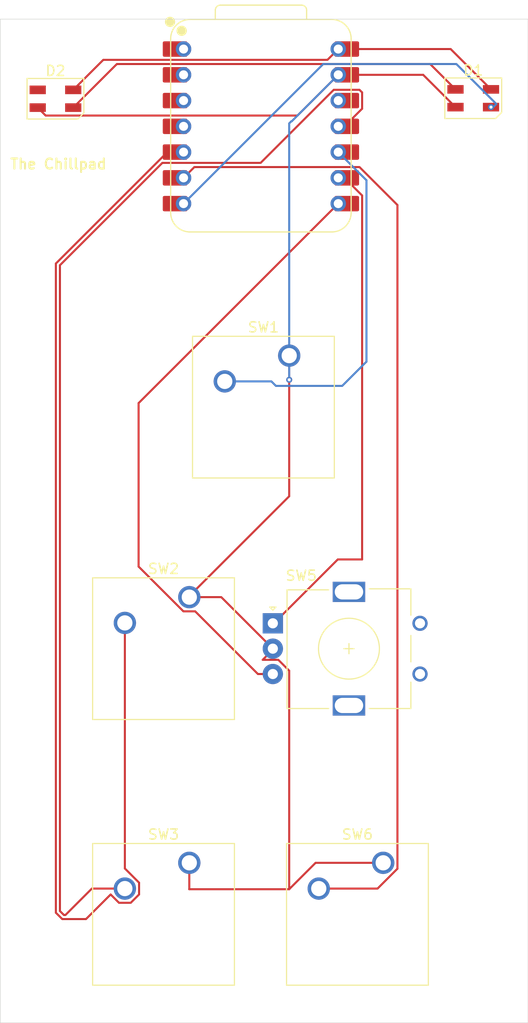
<source format=kicad_pcb>
(kicad_pcb (version 20241229) (generator "pcbnew") (generator_version "9.0")
  (layers (0 "F.Cu" signal) (2 "B.Cu" signal) (13 "F.Paste" user) (15 "B.Paste" user) (5 "F.SilkS" user "F.Silkscreen") (7 "B.SilkS" user "B.Silkscreen") (1 "F.Mask" user) (3 "B.Mask" user) (25 "Edge.Cuts" user))
  (net 0 "")
  (net 1 "+5V")
  (net 2 "GND")
  (net 3 "Net-(D1-DIN)")
  (net 4 "Net-(D1-DOUT)")
  (net 6 "SW_1")
  (net 7 "SW_5")
  (net 8 "SW_2")
  (net 9 "R_2")
  (net 10 "R_1")
  (net 11 "SW_3")
  (footprint "Button_Switch_Keyboard:SW_Cherry_MX_1.00u_PCB" (layer "F.Cu") (at 166.84625 135.41375)
    (property "Reference" "SW3" (at -2.54 -2.794 0) (layer "F.SilkS"))
    (property "Value" "SW_Push")
    (fp_line (start -9.525 -1.905) (end 4.445 -1.905) (stroke (width 0.12)) (layer "F.SilkS"))
    (fp_line (start -9.525 12.065) (end -9.525 -1.905) (stroke (width 0.12)) (layer "F.SilkS"))
    (fp_line (start 4.445 -1.905) (end 4.445 12.065) (stroke (width 0.12)) (layer "F.SilkS"))
    (fp_line (start 4.445 12.065) (end -9.525 12.065) (stroke (width 0.12)) (layer "F.SilkS"))
    (pad "" np_thru_hole circle (at -7.62 5.08) (size 1.7 1.7) (drill 1.7) (layers "*.Cu" "*.Mask"))
    (pad "" np_thru_hole circle (at -2.54 5.08) (size 4 4) (drill 4) (layers "*.Cu" "*.Mask"))
    (pad "" np_thru_hole circle (at 2.54 5.08) (size 1.7 1.7) (drill 1.7) (layers "*.Cu" "*.Mask"))
    (pad "1" thru_hole circle (at 0 0) (size 2.2 2.2) (drill 1.5) (layers "*.Cu" "*.Mask") (net 2 "GND"))
    (pad "2" thru_hole circle (at -6.35 2.54) (size 2.2 2.2) (drill 1.5) (layers "*.Cu" "*.Mask") (net 8 "SW_2"))
  )
  (footprint "LED_SMD:LED_SK6812MINI_PLCC4_3.5x3.5mm_P1.75mm" (layer "F.Cu") (at 194.82 60.03)
    (property "Reference" "D1" (at 0 -2.75 0) (layer "F.SilkS"))
    (property "Value" "SK6812MINI")
    (fp_line (start -2.8 -2) (end -2.8 2) (stroke (width 0.12)) (layer "F.SilkS"))
    (fp_line (start -2.8 -2) (end 2.8 -2) (stroke (width 0.12)) (layer "F.SilkS"))
    (fp_line (start -2.8 2) (end 2.2 2) (stroke (width 0.12)) (layer "F.SilkS"))
    (fp_line (start 2.8 1.4) (end 2.2 2) (stroke (width 0.12)) (layer "F.SilkS"))
    (fp_line (start 2.8 1.4) (end 2.8 -2) (stroke (width 0.12)) (layer "F.SilkS"))
    (pad "1" smd rect (at -1.75 -0.875) (size 1.6 0.85) (layers "F.Cu" "F.Mask" "F.Paste") (net 4 "Net-(D1-DOUT)"))
    (pad "2" smd rect (at -1.75 0.875) (size 1.6 0.85) (layers "F.Cu" "F.Mask" "F.Paste") (net 2 "GND"))
    (pad "3" smd rect (at 1.75 0.875) (size 1.6 0.85) (layers "F.Cu" "F.Mask" "F.Paste") (net 3 "Net-(D1-DIN)"))
    (pad "4" smd rect (at 1.75 -0.875) (size 1.6 0.85) (layers "F.Cu" "F.Mask" "F.Paste") (net 1 "+5V"))
  )
  (footprint "Rotary_Encoder:RotaryEncoder_Alps_EC11E_Vertical_H20mm" (layer "F.Cu") (at 175.075 111.8)
    (property "Reference" "SW5" (at 2.8 -4.7 0) (layer "F.SilkS"))
    (property "Value" "RotaryEncoder")
    (fp_line (start -0.3 -1.6) (end 0.3 -1.6) (stroke (width 0.12)) (layer "F.SilkS"))
    (fp_line (start 0 -1.3) (end -0.3 -1.6) (stroke (width 0.12)) (layer "F.SilkS"))
    (fp_line (start 0.3 -1.6) (end 0 -1.3) (stroke (width 0.12)) (layer "F.SilkS"))
    (fp_line (start 1.4 -3.3) (end 1.4 8.4) (stroke (width 0.12)) (layer "F.SilkS"))
    (fp_line (start 5.5 -3.3) (end 1.4 -3.3) (stroke (width 0.12)) (layer "F.SilkS"))
    (fp_line (start 5.5 8.4) (end 1.4 8.4) (stroke (width 0.12)) (layer "F.SilkS"))
    (fp_line (start 7 2.5) (end 8 2.5) (stroke (width 0.12)) (layer "F.SilkS"))
    (fp_line (start 7.5 2) (end 7.5 3) (stroke (width 0.12)) (layer "F.SilkS"))
    (fp_line (start 9.5 -3.4) (end 13.6 -3.4) (stroke (width 0.12)) (layer "F.SilkS"))
    (fp_line (start 13.6 -3.4) (end 13.6 -0.8) (stroke (width 0.12)) (layer "F.SilkS"))
    (fp_line (start 13.6 1.2) (end 13.6 3.8) (stroke (width 0.12)) (layer "F.SilkS"))
    (fp_line (start 13.6 5.8) (end 13.6 8.4) (stroke (width 0.12)) (layer "F.SilkS"))
    (fp_line (start 13.6 8.4) (end 9.5 8.4) (stroke (width 0.12)) (layer "F.SilkS"))
    (fp_circle (center 7.5 2.5) (end 10.5 2.5) (stroke (width 0.12)) (fill no) (layer "F.SilkS"))
    (pad "" thru_hole circle (at 14.5 0) (size 1.5 1.5) (drill 1) (layers "*.Cu" "*.Mask"))
    (pad "" thru_hole circle (at 14.5 5) (size 1.5 1.5) (drill 1) (layers "*.Cu" "*.Mask"))
    (pad "A" thru_hole rect (at 0 0) (size 2 2) (drill 1) (layers "*.Cu" "*.Mask") (net 10 "R_1"))
    (pad "B" thru_hole circle (at 0 5) (size 2 2) (drill 1) (layers "*.Cu" "*.Mask") (net 9 "R_2"))
    (pad "C" thru_hole circle (at 0 2.5) (size 2 2) (drill 1) (layers "*.Cu" "*.Mask") (net 2 "GND"))
    (pad "MP" thru_hole rect (at 7.5 -3.1) (size 3.2 2) (drill oval 2.8 1.5) (layers "*.Cu" "*.Mask"))
    (pad "MP" thru_hole rect (at 7.5 8.1) (size 3.2 2) (drill oval 2.8 1.5) (layers "*.Cu" "*.Mask"))
  )
  (footprint "OPL:XIAO-RP2040-DIP" (layer "F.Cu") (at 173.9 62.8)
    (property "Reference" "U1" (hide yes))
    (property "Value" "XIAO-RP2040-DIP")
    (fp_line (start -8.89 8.509) (end -8.89 -8.636) (stroke (width 0.127)) (layer "F.SilkS"))
    (fp_line (start -6.985 10.414) (end 6.985 10.414) (stroke (width 0.127)) (layer "F.SilkS"))
    (fp_line (start -4.495 -10.541) (end -4.491272 -11.451272) (stroke (width 0.127)) (layer "F.SilkS"))
    (fp_line (start -3.991272 -11.951) (end 4.004 -11.951) (stroke (width 0.127)) (layer "F.SilkS"))
    (fp_line (start 4.504 -11.451) (end 4.504 -10.541) (stroke (width 0.127)) (layer "F.SilkS"))
    (fp_line (start 6.985 -10.541) (end -6.985 -10.541) (stroke (width 0.1)) (layer "F.SilkS"))
    (fp_line (start 6.985 -10.541) (end -6.985 -10.541) (stroke (width 0.127)) (layer "F.SilkS"))
    (fp_line (start 8.89 8.509) (end 8.89 -8.636) (stroke (width 0.127)) (layer "F.SilkS"))
    (fp_arc (start -8.89 -8.636) (mid -8.332038 -9.983038) (end -6.985 -10.541) (stroke (width 0.127)) (layer "F.SilkS"))
    (fp_arc (start -6.985 10.414) (mid -8.332038 9.856038) (end -8.89 8.509) (stroke (width 0.127)) (layer "F.SilkS"))
    (fp_arc (start -4.491272 -11.451272) (mid -4.344728 -11.80464) (end -3.991272 -11.951) (stroke (width 0.127)) (layer "F.SilkS"))
    (fp_arc (start 4.004 -11.951) (mid 4.357553 -11.804553) (end 4.504 -11.451) (stroke (width 0.127)) (layer "F.SilkS"))
    (fp_arc (start 6.985 -10.541) (mid 8.332038 -9.983038) (end 8.89 -8.636) (stroke (width 0.127)) (layer "F.SilkS"))
    (fp_arc (start 8.89 8.509) (mid 8.332038 9.856038) (end 6.985 10.414) (stroke (width 0.127)) (layer "F.SilkS"))
    (fp_circle (center -8.95 -10.3) (end -8.95 -10.554) (stroke (width 0.5)) (fill yes) (layer "F.SilkS"))
    (fp_circle (center -7.807 -9.42) (end -7.807 -9.674) (stroke (width 0.5)) (fill yes) (layer "F.SilkS"))
    (pad "1" smd roundrect (at -8.455 -7.62 180) (size 2.432 1.524) (layers "F.Cu" "F.Mask") (roundrect_rratio 0.1))
    (pad "1" thru_hole circle (at -7.62 -7.62 180) (size 1.524 1.524) (drill 0.889) (layers "*.Cu" "*.Mask"))
    (pad "2" smd roundrect (at -8.455 -5.08 180) (size 2.432 1.524) (layers "F.Cu" "F.Mask") (roundrect_rratio 0.1))
    (pad "2" thru_hole circle (at -7.62 -5.08 180) (size 1.524 1.524) (drill 0.889) (layers "*.Cu" "*.Mask"))
    (pad "3" smd roundrect (at -8.455 -2.54 180) (size 2.432 1.524) (layers "F.Cu" "F.Mask") (roundrect_rratio 0.1))
    (pad "3" thru_hole circle (at -7.62 -2.54 180) (size 1.524 1.524) (drill 0.889) (layers "*.Cu" "*.Mask"))
    (pad "4" smd roundrect (at -8.455 0 180) (size 2.432 1.524) (layers "F.Cu" "F.Mask") (roundrect_rratio 0.1))
    (pad "4" thru_hole circle (at -7.62 0 180) (size 1.524 1.524) (drill 0.889) (layers "*.Cu" "*.Mask"))
    (pad "5" smd roundrect (at -8.455 2.54 180) (size 2.432 1.524) (layers "F.Cu" "F.Mask") (roundrect_rratio 0.1) (net 7 "SW_5"))
    (pad "5" thru_hole circle (at -7.62 2.54 180) (size 1.524 1.524) (drill 0.889) (layers "*.Cu" "*.Mask") (net 7 "SW_5"))
    (pad "6" smd roundrect (at -8.455 5.08 180) (size 2.432 1.524) (layers "F.Cu" "F.Mask") (roundrect_rratio 0.1) (net 11 "SW_3"))
    (pad "6" thru_hole circle (at -7.62 5.08 180) (size 1.524 1.524) (drill 0.889) (layers "*.Cu" "*.Mask") (net 11 "SW_3"))
    (pad "7" smd roundrect (at -8.455 7.62 180) (size 2.432 1.524) (layers "F.Cu" "F.Mask") (roundrect_rratio 0.1) (net 3 "Net-(D1-DIN)"))
    (pad "7" thru_hole circle (at -7.62 7.62 180) (size 1.524 1.524) (drill 0.889) (layers "*.Cu" "*.Mask") (net 3 "Net-(D1-DIN)"))
    (pad "8" thru_hole circle (at 7.62 7.62) (size 1.524 1.524) (drill 0.889) (layers "*.Cu" "*.Mask") (net 9 "R_2"))
    (pad "8" smd roundrect (at 8.455 7.62) (size 2.432 1.524) (layers "F.Cu" "F.Mask") (roundrect_rratio 0.1) (net 9 "R_2"))
    (pad "9" thru_hole circle (at 7.62 5.08) (size 1.524 1.524) (drill 0.889) (layers "*.Cu" "*.Mask") (net 10 "R_1"))
    (pad "9" smd roundrect (at 8.455 5.08) (size 2.432 1.524) (layers "F.Cu" "F.Mask") (roundrect_rratio 0.1) (net 10 "R_1"))
    (pad "10" thru_hole circle (at 7.62 2.54) (size 1.524 1.524) (drill 0.889) (layers "*.Cu" "*.Mask") (net 6 "SW_1"))
    (pad "10" smd roundrect (at 8.455 2.54) (size 2.432 1.524) (layers "F.Cu" "F.Mask") (roundrect_rratio 0.1) (net 6 "SW_1"))
    (pad "11" thru_hole circle (at 7.62 0) (size 1.524 1.524) (drill 0.889) (layers "*.Cu" "*.Mask") (net 8 "SW_2"))
    (pad "11" smd roundrect (at 8.455 0) (size 2.432 1.524) (layers "F.Cu" "F.Mask") (roundrect_rratio 0.1) (net 8 "SW_2"))
    (pad "12" thru_hole circle (at 7.62 -2.54) (size 1.524 1.524) (drill 0.889) (layers "*.Cu" "*.Mask"))
    (pad "12" smd roundrect (at 8.455 -2.54) (size 2.432 1.524) (layers "F.Cu" "F.Mask") (roundrect_rratio 0.1))
    (pad "13" thru_hole circle (at 7.62 -5.08) (size 1.524 1.524) (drill 0.889) (layers "*.Cu" "*.Mask") (net 2 "GND"))
    (pad "13" smd roundrect (at 8.455 -5.08) (size 2.432 1.524) (layers "F.Cu" "F.Mask") (roundrect_rratio 0.1) (net 2 "GND"))
    (pad "14" thru_hole circle (at 7.62 -7.62) (size 1.524 1.524) (drill 0.889) (layers "*.Cu" "*.Mask") (net 1 "+5V"))
    (pad "14" smd roundrect (at 8.455 -7.62) (size 2.432 1.524) (layers "F.Cu" "F.Mask") (roundrect_rratio 0.1) (net 1 "+5V"))
  )
  (footprint "LED_SMD:LED_SK6812MINI_PLCC4_3.5x3.5mm_P1.75mm" (layer "F.Cu") (at 153.66 60.08)
    (property "Reference" "D2" (at 0 -2.75 0) (layer "F.SilkS"))
    (property "Value" "SK6812MINI")
    (fp_line (start -2.8 -2) (end -2.8 2) (stroke (width 0.12)) (layer "F.SilkS"))
    (fp_line (start -2.8 -2) (end 2.8 -2) (stroke (width 0.12)) (layer "F.SilkS"))
    (fp_line (start -2.8 2) (end 2.2 2) (stroke (width 0.12)) (layer "F.SilkS"))
    (fp_line (start 2.8 1.4) (end 2.2 2) (stroke (width 0.12)) (layer "F.SilkS"))
    (fp_line (start 2.8 1.4) (end 2.8 -2) (stroke (width 0.12)) (layer "F.SilkS"))
    (pad "1" smd rect (at -1.75 -0.875) (size 1.6 0.85) (layers "F.Cu" "F.Mask" "F.Paste"))
    (pad "2" smd rect (at -1.75 0.875) (size 1.6 0.85) (layers "F.Cu" "F.Mask" "F.Paste") (net 2 "GND"))
    (pad "3" smd rect (at 1.75 0.875) (size 1.6 0.85) (layers "F.Cu" "F.Mask" "F.Paste") (net 4 "Net-(D1-DOUT)"))
    (pad "4" smd rect (at 1.75 -0.875) (size 1.6 0.85) (layers "F.Cu" "F.Mask" "F.Paste") (net 1 "+5V"))
  )
  (footprint "Button_Switch_Keyboard:SW_Cherry_MX_1.00u_PCB" (layer "F.Cu") (at 176.68875 85.4075)
    (property "Reference" "SW1" (at -2.54 -2.794 0) (layer "F.SilkS"))
    (property "Value" "SW_Push")
    (fp_line (start -9.525 -1.905) (end 4.445 -1.905) (stroke (width 0.12)) (layer "F.SilkS"))
    (fp_line (start -9.525 12.065) (end -9.525 -1.905) (stroke (width 0.12)) (layer "F.SilkS"))
    (fp_line (start 4.445 -1.905) (end 4.445 12.065) (stroke (width 0.12)) (layer "F.SilkS"))
    (fp_line (start 4.445 12.065) (end -9.525 12.065) (stroke (width 0.12)) (layer "F.SilkS"))
    (pad "" np_thru_hole circle (at -7.62 5.08) (size 1.7 1.7) (drill 1.7) (layers "*.Cu" "*.Mask"))
    (pad "" np_thru_hole circle (at -2.54 5.08) (size 4 4) (drill 4) (layers "*.Cu" "*.Mask"))
    (pad "" np_thru_hole circle (at 2.54 5.08) (size 1.7 1.7) (drill 1.7) (layers "*.Cu" "*.Mask"))
    (pad "1" thru_hole circle (at 0 0) (size 2.2 2.2) (drill 1.5) (layers "*.Cu" "*.Mask") (net 2 "GND"))
    (pad "2" thru_hole circle (at -6.35 2.54) (size 2.2 2.2) (drill 1.5) (layers "*.Cu" "*.Mask") (net 6 "SW_1"))
  )
  (footprint "Button_Switch_Keyboard:SW_Cherry_MX_1.00u_Plate" (layer "F.Cu") (at 185.95 135.41375)
    (property "Reference" "SW6" (at -2.54 -2.794 0) (layer "F.SilkS"))
    (property "Value" "SW_Push")
    (fp_line (start -9.525 -1.905) (end 4.445 -1.905) (stroke (width 0.12)) (layer "F.SilkS"))
    (fp_line (start -9.525 12.065) (end -9.525 -1.905) (stroke (width 0.12)) (layer "F.SilkS"))
    (fp_line (start 4.445 -1.905) (end 4.445 12.065) (stroke (width 0.12)) (layer "F.SilkS"))
    (fp_line (start 4.445 12.065) (end -9.525 12.065) (stroke (width 0.12)) (layer "F.SilkS"))
    (pad "" np_thru_hole circle (at -2.54 5.08) (size 4 4) (drill 4) (layers "*.Cu" "*.Mask"))
    (pad "1" thru_hole circle (at 0 0) (size 2.2 2.2) (drill 1.5) (layers "*.Cu" "*.Mask") (net 2 "GND"))
    (pad "2" thru_hole circle (at -6.35 2.54) (size 2.2 2.2) (drill 1.5) (layers "*.Cu" "*.Mask") (net 11 "SW_3"))
  )
  (footprint "Button_Switch_Keyboard:SW_Cherry_MX_1.00u_PCB" (layer "F.Cu") (at 166.84625 109.22)
    (property "Reference" "SW2" (at -2.54 -2.794 0) (layer "F.SilkS"))
    (property "Value" "SW_Push")
    (fp_line (start -9.525 -1.905) (end 4.445 -1.905) (stroke (width 0.12)) (layer "F.SilkS"))
    (fp_line (start -9.525 12.065) (end -9.525 -1.905) (stroke (width 0.12)) (layer "F.SilkS"))
    (fp_line (start 4.445 -1.905) (end 4.445 12.065) (stroke (width 0.12)) (layer "F.SilkS"))
    (fp_line (start 4.445 12.065) (end -9.525 12.065) (stroke (width 0.12)) (layer "F.SilkS"))
    (pad "" np_thru_hole circle (at -7.62 5.08) (size 1.7 1.7) (drill 1.7) (layers "*.Cu" "*.Mask"))
    (pad "" np_thru_hole circle (at -2.54 5.08) (size 4 4) (drill 4) (layers "*.Cu" "*.Mask"))
    (pad "" np_thru_hole circle (at 2.54 5.08) (size 1.7 1.7) (drill 1.7) (layers "*.Cu" "*.Mask"))
    (pad "1" thru_hole circle (at 0 0) (size 2.2 2.2) (drill 1.5) (layers "*.Cu" "*.Mask") (net 2 "GND"))
    (pad "2" thru_hole circle (at -6.35 2.54) (size 2.2 2.2) (drill 1.5) (layers "*.Cu" "*.Mask") (net 7 "SW_5"))
  )
  (gr_rect (start 148.22 52.23) (end 200.21 151.19) (stroke (width 0.05)) (fill no) (layer "Edge.Cuts"))
  (gr_text "The Chillpad" (at 149.1 67.1 0) (layer "F.SilkS") (effects (font (size 1 1) (thickness 0.2) (bold yes)) (justify left bottom)))
  (segment (start 181.52 55.18) (end 180.457 56.243) (width 0.2) (layer "F.Cu") (net 1))
  (segment (start 158.372 56.243) (end 155.41 59.205) (width 0.2) (layer "F.Cu") (net 1))
  (segment (start 181.52 55.18) (end 192.595 55.18) (width 0.2) (layer "F.Cu") (net 1))
  (segment (start 192.595 55.18) (end 196.57 59.155) (width 0.2) (layer "F.Cu") (net 1))
  (segment (start 180.457 56.243) (end 158.372 56.243) (width 0.2) (layer "F.Cu") (net 1))
  (segment (start 193.07 60.905) (end 189.885 57.72) (width 0.2) (layer "F.Cu") (net 2))
  (segment (start 175.613892 115.399) (end 174.076 115.399) (width 0.2) (layer "F.Cu") (net 2))
  (segment (start 175.075 114.3) (end 169.995 109.22) (width 0.2) (layer "F.Cu") (net 2))
  (segment (start 166.84 138.02) (end 176.7 138.02) (width 0.2) (layer "F.Cu") (net 2))
  (segment (start 151.91 60.955) (end 152.692 61.737) (width 0.2) (layer "F.Cu") (net 2))
  (segment (start 189.885 57.72) (end 181.52 57.72) (width 0.2) (layer "F.Cu") (net 2))
  (segment (start 176.68875 116.473858) (end 175.613892 115.399) (width 0.2) (layer "F.Cu") (net 2))
  (segment (start 166.74 109.22) (end 176.68875 99.27125) (width 0.2) (layer "F.Cu") (net 2))
  (segment (start 185.95 135.41375) (end 179.28625 135.41375) (width 0.2) (layer "F.Cu") (net 2))
  (segment (start 177.503 61.737) (end 181.52 57.72) (width 0.2) (layer "F.Cu") (net 2))
  (segment (start 166.84 138.02) (end 166.84625 138.01375) (width 0.2) (layer "F.Cu") (net 2))
  (segment (start 179.28625 135.41375) (end 176.69 138.01) (width 0.2) (layer "F.Cu") (net 2))
  (segment (start 152.692 61.737) (end 177.503 61.737) (width 0.2) (layer "F.Cu") (net 2))
  (segment (start 176.68875 99.27125) (end 176.68875 85.4075) (width 0.2) (layer "F.Cu") (net 2))
  (segment (start 166.84625 138.01375) (end 166.84625 135.41375) (width 0.2) (layer "F.Cu") (net 2))
  (segment (start 174.076 115.399) (end 175.175 114.3) (width 0.2) (layer "F.Cu") (net 2))
  (segment (start 174.672 114.601) (end 175.175 114.601) (width 0.2) (layer "F.Cu") (net 2))
  (segment (start 176.68875 138.00875) (end 176.68875 116.473858) (width 0.2) (layer "F.Cu") (net 2))
  (segment (start 176.69 138.01) (end 176.68875 138.00875) (width 0.2) (layer "F.Cu") (net 2))
  (segment (start 169.995 109.22) (end 166.74 109.22) (width 0.2) (layer "F.Cu") (net 2))
  (segment (start 176.69 138.01) (end 176.7 138.02) (width 0.2) (layer "F.Cu") (net 2))
  (via (at 176.68875 87.78875) (size 0.6) (drill 0.3) (layers "F.Cu" "B.Cu") (net 2))
  (segment (start 176.9 62.3) (end 176.94 62.3) (width 0.2) (layer "B.Cu") (net 2))
  (segment (start 176.68875 62.51125) (end 176.9 62.3) (width 0.2) (layer "B.Cu") (net 2))
  (segment (start 176.68875 87.78875) (end 176.68875 62.51125) (width 0.2) (layer "B.Cu") (net 2))
  (segment (start 176.94 62.3) (end 181.52 57.72) (width 0.2) (layer "B.Cu") (net 2))
  (segment (start 196.795 60.905) (end 196.57 60.905) (width 0.2) (layer "F.Cu") (net 3))
  (segment (start 166.28 70.42) (end 165.445 70.42) (width 0.2) (layer "F.Cu") (net 3))
  (segment (start 196.795 60.905) (end 196.8 60.9) (width 0.2) (layer "F.Cu") (net 3))
  (via (at 196.57 60.905) (size 0.6) (drill 0.3) (layers "F.Cu" "B.Cu") (net 3))
  (segment (start 166.28 70.42) (end 180.043 56.657) (width 0.2) (layer "B.Cu") (net 3))
  (segment (start 180.043 56.657) (end 193.157 56.657) (width 0.2) (layer "B.Cu") (net 3))
  (segment (start 193.157 56.657) (end 197.1 60.6) (width 0.2) (layer "B.Cu") (net 3))
  (segment (start 197.1 60.6) (end 196.8 60.9) (width 0.2) (layer "B.Cu") (net 3))
  (segment (start 190.572 56.657) (end 193.07 59.155) (width 0.2) (layer "F.Cu") (net 4))
  (segment (start 159.708 56.657) (end 190.572 56.657) (width 0.2) (layer "F.Cu") (net 4))
  (segment (start 155.41 60.955) (end 159.708 56.657) (width 0.2) (layer "F.Cu") (net 4))
  (segment (start 184.3 68.12) (end 181.52 65.34) (width 0.2) (layer "B.Cu") (net 6))
  (segment (start 184.3 86) (end 181.91025 88.38975) (width 0.2) (layer "B.Cu") (net 6))
  (segment (start 184.3 86) (end 184.3 68.12) (width 0.2) (layer "B.Cu") (net 6))
  (segment (start 181.91025 88.38975) (end 175.375816 88.38975) (width 0.2) (layer "B.Cu") (net 6))
  (segment (start 175.375816 88.38975) (end 174.933566 87.9475) (width 0.2) (layer "B.Cu") (net 6))
  (segment (start 174.933566 87.9475) (end 170.33875 87.9475) (width 0.2) (layer "B.Cu") (net 6))
  (segment (start 153.698 76.327274) (end 164.685274 65.34) (width 0.2) (layer "F.Cu") (net 7))
  (segment (start 159.915936 139.35475) (end 159.09525 138.534064) (width 0.2) (layer "F.Cu") (net 7))
  (segment (start 153.698 140.3322) (end 153.698 76.327274) (width 0.2) (layer "F.Cu") (net 7))
  (segment (start 160.49625 135.972436) (end 161.89725 137.373436) (width 0.2) (layer "F.Cu") (net 7))
  (segment (start 159.09525 138.534064) (end 156.668314 140.961) (width 0.2) (layer "F.Cu") (net 7))
  (segment (start 161.89725 137.373436) (end 161.89725 138.534064) (width 0.2) (layer "F.Cu") (net 7))
  (segment (start 161.89725 138.534064) (end 161.076564 139.35475) (width 0.2) (layer "F.Cu") (net 7))
  (segment (start 156.668314 140.961) (end 154.3268 140.961) (width 0.2) (layer "F.Cu") (net 7))
  (segment (start 164.685274 65.34) (end 166.28 65.34) (width 0.2) (layer "F.Cu") (net 7))
  (segment (start 154.3268 140.961) (end 153.698 140.3322) (width 0.2) (layer "F.Cu") (net 7))
  (segment (start 160.49625 111.76) (end 160.49625 135.972436) (width 0.2) (layer "F.Cu") (net 7))
  (segment (start 161.076564 139.35475) (end 159.915936 139.35475) (width 0.2) (layer "F.Cu") (net 7))
  (segment (start 154.099 76.493374) (end 154.099 140.1661) (width 0.2) (layer "F.Cu") (net 8))
  (segment (start 157.24625 137.95375) (end 160.49625 137.95375) (width 0.2) (layer "F.Cu") (net 8))
  (segment (start 173.87369 66.403) (end 164.189374 66.403) (width 0.2) (layer "F.Cu") (net 8))
  (segment (start 181.07969 59.197) (end 173.87369 66.403) (width 0.2) (layer "F.Cu") (net 8))
  (segment (start 164.189374 66.403) (end 154.099 76.493374) (width 0.2) (layer "F.Cu") (net 8))
  (segment (start 183.872 61.061626) (end 183.872 59.458374) (width 0.2) (layer "F.Cu") (net 8))
  (segment (start 154.64 140.56) (end 157.24625 137.95375) (width 0.2) (layer "F.Cu") (net 8))
  (segment (start 154.4929 140.56) (end 154.64 140.56) (width 0.2) (layer "F.Cu") (net 8))
  (segment (start 154.099 140.1661) (end 154.4929 140.56) (width 0.2) (layer "F.Cu") (net 8))
  (segment (start 181.52 62.8) (end 182.133626 62.8) (width 0.2) (layer "F.Cu") (net 8))
  (segment (start 182.133626 62.8) (end 183.872 61.061626) (width 0.2) (layer "F.Cu") (net 8))
  (segment (start 183.610626 59.197) (end 181.07969 59.197) (width 0.2) (layer "F.Cu") (net 8))
  (segment (start 183.872 59.458374) (end 183.610626 59.197) (width 0.2) (layer "F.Cu") (net 8))
  (segment (start 166.265936 110.621) (end 161.849 106.204064) (width 0.2) (layer "F.Cu") (net 9))
  (segment (start 161.849 106.204064) (end 161.849 90.091) (width 0.2) (layer "F.Cu") (net 9))
  (segment (start 175.075 116.8) (end 173.605564 116.8) (width 0.2) (layer "F.Cu") (net 9))
  (segment (start 181.52 70.42) (end 161.849 90.091) (width 0.2) (layer "F.Cu") (net 9))
  (segment (start 167.426564 110.621) (end 166.265936 110.621) (width 0.2) (layer "F.Cu") (net 9))
  (segment (start 173.605564 116.8) (end 167.426564 110.621) (width 0.2) (layer "F.Cu") (net 9))
  (segment (start 181.472 105.503) (end 175.175 111.8) (width 0.2) (layer "F.Cu") (net 10))
  (segment (start 182.133626 67.88) (end 183.872 69.618374) (width 0.2) (layer "F.Cu") (net 10))
  (segment (start 181.52 67.88) (end 182.133626 67.88) (width 0.2) (layer "F.Cu") (net 10))
  (segment (start 175.6 111.8) (end 175.5401 111.8) (width 0.2) (layer "F.Cu") (net 10))
  (segment (start 183.872 105.503) (end 181.472 105.503) (width 0.2) (layer "F.Cu") (net 10))
  (segment (start 175.5401 111.8) (end 175.35755 111.98255) (width 0.2) (layer "F.Cu") (net 10))
  (segment (start 183.872 69.618374) (end 183.872 105.503) (width 0.2) (layer "F.Cu") (net 10))
  (segment (start 167.343 66.817) (end 166.28 67.88) (width 0.2) (layer "F.Cu") (net 11))
  (segment (start 183.610626 66.817) (end 167.343 66.817) (width 0.2) (layer "F.Cu") (net 11))
  (segment (start 166.28 67.88) (end 165.20237 67.88) (width 0.2) (layer "F.Cu") (net 11))
  (segment (start 179.6 137.95375) (end 185.391314 137.95375) (width 0.2) (layer "F.Cu") (net 11))
  (segment (start 187.351 70.557374) (end 183.610626 66.817) (width 0.2) (layer "F.Cu") (net 11))
  (segment (start 187.351 135.994064) (end 187.351 70.557374) (width 0.2) (layer "F.Cu") (net 11))
  (segment (start 185.391314 137.95375) (end 187.351 135.994064) (width 0.2) (layer "F.Cu") (net 11))
)
</source>
